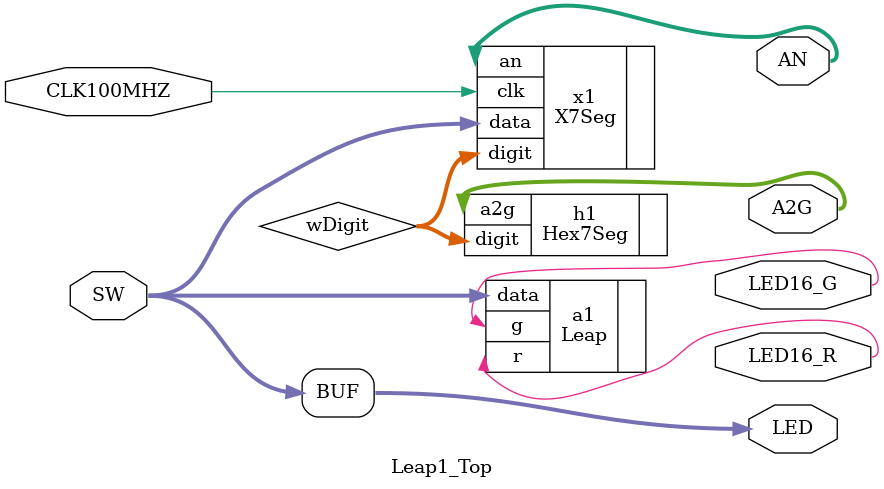
<source format=sv>
`timescale 1ns / 1ps


module Leap1_Top(input logic CLK100MHZ,
                input logic [15:0] SW,
                output logic [15:0] LED,
                output logic [3:0] AN,
                output logic [6:0] A2G,
                output logic LED16_R,
                output logic LED16_G);
      
      logic [3:0] wDigit;
      
      assign LED = SW;
      
      Leap a1(.data(SW),
              .r(LED16_R),
              .g(LED16_G)
             );
      
      // 分时复用数码管显示
      X7Seg x1(.clk (CLK100MHZ),
               .data(SW),
               .digit(wDigit),
               .an (AN)
               );
      // 单个七段数码管显示
      Hex7Seg h1(.digit(wDigit), .a2g(A2G));
endmodule

</source>
